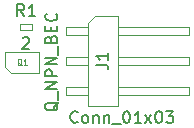
<source format=gbr>
G04 #@! TF.FileFunction,Other,Fab,Top*
%FSLAX46Y46*%
G04 Gerber Fmt 4.6, Leading zero omitted, Abs format (unit mm)*
G04 Created by KiCad (PCBNEW 4.0.7-e2-6376~58~ubuntu16.04.1) date Mon Apr 16 03:05:43 2018*
%MOMM*%
%LPD*%
G01*
G04 APERTURE LIST*
%ADD10C,0.100000*%
%ADD11C,0.150000*%
%ADD12C,0.075000*%
G04 APERTURE END LIST*
D10*
X150636100Y-103733600D02*
X152541100Y-103733600D01*
X152541100Y-103733600D02*
X152541100Y-111353600D01*
X152541100Y-111353600D02*
X150001100Y-111353600D01*
X150001100Y-111353600D02*
X150001100Y-104368600D01*
X150001100Y-104368600D02*
X150636100Y-103733600D01*
X148181100Y-104683600D02*
X150001100Y-104683600D01*
X148181100Y-104683600D02*
X148181100Y-105323600D01*
X148181100Y-105323600D02*
X150001100Y-105323600D01*
X152541100Y-104683600D02*
X158541100Y-104683600D01*
X158541100Y-104683600D02*
X158541100Y-105323600D01*
X152541100Y-105323600D02*
X158541100Y-105323600D01*
X148181100Y-107223600D02*
X150001100Y-107223600D01*
X148181100Y-107223600D02*
X148181100Y-107863600D01*
X148181100Y-107863600D02*
X150001100Y-107863600D01*
X152541100Y-107223600D02*
X158541100Y-107223600D01*
X158541100Y-107223600D02*
X158541100Y-107863600D01*
X152541100Y-107863600D02*
X158541100Y-107863600D01*
X148181100Y-109763600D02*
X150001100Y-109763600D01*
X148181100Y-109763600D02*
X148181100Y-110403600D01*
X148181100Y-110403600D02*
X150001100Y-110403600D01*
X152541100Y-109763600D02*
X158541100Y-109763600D01*
X158541100Y-109763600D02*
X158541100Y-110403600D01*
X152541100Y-110403600D02*
X158541100Y-110403600D01*
X143460000Y-108536000D02*
X143010000Y-108086000D01*
X143010000Y-106776000D02*
X143010000Y-108086000D01*
X143460000Y-108536000D02*
X145910000Y-108536000D01*
X145910000Y-106776000D02*
X145910000Y-108536000D01*
X143010000Y-106776000D02*
X145910000Y-106776000D01*
X144280000Y-104898000D02*
X144280000Y-104398000D01*
X145280000Y-104898000D02*
X144280000Y-104898000D01*
X145280000Y-104398000D02*
X145280000Y-104898000D01*
X144280000Y-104398000D02*
X145280000Y-104398000D01*
D11*
X149148005Y-112710743D02*
X149100386Y-112758362D01*
X148957529Y-112805981D01*
X148862291Y-112805981D01*
X148719433Y-112758362D01*
X148624195Y-112663124D01*
X148576576Y-112567886D01*
X148528957Y-112377410D01*
X148528957Y-112234552D01*
X148576576Y-112044076D01*
X148624195Y-111948838D01*
X148719433Y-111853600D01*
X148862291Y-111805981D01*
X148957529Y-111805981D01*
X149100386Y-111853600D01*
X149148005Y-111901219D01*
X149719433Y-112805981D02*
X149624195Y-112758362D01*
X149576576Y-112710743D01*
X149528957Y-112615505D01*
X149528957Y-112329790D01*
X149576576Y-112234552D01*
X149624195Y-112186933D01*
X149719433Y-112139314D01*
X149862291Y-112139314D01*
X149957529Y-112186933D01*
X150005148Y-112234552D01*
X150052767Y-112329790D01*
X150052767Y-112615505D01*
X150005148Y-112710743D01*
X149957529Y-112758362D01*
X149862291Y-112805981D01*
X149719433Y-112805981D01*
X150481338Y-112139314D02*
X150481338Y-112805981D01*
X150481338Y-112234552D02*
X150528957Y-112186933D01*
X150624195Y-112139314D01*
X150767053Y-112139314D01*
X150862291Y-112186933D01*
X150909910Y-112282171D01*
X150909910Y-112805981D01*
X151386100Y-112139314D02*
X151386100Y-112805981D01*
X151386100Y-112234552D02*
X151433719Y-112186933D01*
X151528957Y-112139314D01*
X151671815Y-112139314D01*
X151767053Y-112186933D01*
X151814672Y-112282171D01*
X151814672Y-112805981D01*
X152052767Y-112901219D02*
X152814672Y-112901219D01*
X153243243Y-111805981D02*
X153338482Y-111805981D01*
X153433720Y-111853600D01*
X153481339Y-111901219D01*
X153528958Y-111996457D01*
X153576577Y-112186933D01*
X153576577Y-112425029D01*
X153528958Y-112615505D01*
X153481339Y-112710743D01*
X153433720Y-112758362D01*
X153338482Y-112805981D01*
X153243243Y-112805981D01*
X153148005Y-112758362D01*
X153100386Y-112710743D01*
X153052767Y-112615505D01*
X153005148Y-112425029D01*
X153005148Y-112186933D01*
X153052767Y-111996457D01*
X153100386Y-111901219D01*
X153148005Y-111853600D01*
X153243243Y-111805981D01*
X154528958Y-112805981D02*
X153957529Y-112805981D01*
X154243243Y-112805981D02*
X154243243Y-111805981D01*
X154148005Y-111948838D01*
X154052767Y-112044076D01*
X153957529Y-112091695D01*
X154862291Y-112805981D02*
X155386101Y-112139314D01*
X154862291Y-112139314D02*
X155386101Y-112805981D01*
X155957529Y-111805981D02*
X156052768Y-111805981D01*
X156148006Y-111853600D01*
X156195625Y-111901219D01*
X156243244Y-111996457D01*
X156290863Y-112186933D01*
X156290863Y-112425029D01*
X156243244Y-112615505D01*
X156195625Y-112710743D01*
X156148006Y-112758362D01*
X156052768Y-112805981D01*
X155957529Y-112805981D01*
X155862291Y-112758362D01*
X155814672Y-112710743D01*
X155767053Y-112615505D01*
X155719434Y-112425029D01*
X155719434Y-112186933D01*
X155767053Y-111996457D01*
X155814672Y-111901219D01*
X155862291Y-111853600D01*
X155957529Y-111805981D01*
X156624196Y-111805981D02*
X157243244Y-111805981D01*
X156909910Y-112186933D01*
X157052768Y-112186933D01*
X157148006Y-112234552D01*
X157195625Y-112282171D01*
X157243244Y-112377410D01*
X157243244Y-112615505D01*
X157195625Y-112710743D01*
X157148006Y-112758362D01*
X157052768Y-112805981D01*
X156767053Y-112805981D01*
X156671815Y-112758362D01*
X156624196Y-112710743D01*
X150723481Y-107876933D02*
X151437767Y-107876933D01*
X151580624Y-107924553D01*
X151675862Y-108019791D01*
X151723481Y-108162648D01*
X151723481Y-108257886D01*
X151723481Y-106876933D02*
X151723481Y-107448362D01*
X151723481Y-107162648D02*
X150723481Y-107162648D01*
X150866338Y-107257886D01*
X150961576Y-107353124D01*
X151009195Y-107448362D01*
X147507619Y-111036952D02*
X147460000Y-111132190D01*
X147364762Y-111227428D01*
X147221905Y-111370285D01*
X147174286Y-111465524D01*
X147174286Y-111560762D01*
X147412381Y-111513143D02*
X147364762Y-111608381D01*
X147269524Y-111703619D01*
X147079048Y-111751238D01*
X146745714Y-111751238D01*
X146555238Y-111703619D01*
X146460000Y-111608381D01*
X146412381Y-111513143D01*
X146412381Y-111322666D01*
X146460000Y-111227428D01*
X146555238Y-111132190D01*
X146745714Y-111084571D01*
X147079048Y-111084571D01*
X147269524Y-111132190D01*
X147364762Y-111227428D01*
X147412381Y-111322666D01*
X147412381Y-111513143D01*
X147507619Y-110894095D02*
X147507619Y-110132190D01*
X147412381Y-109894095D02*
X146412381Y-109894095D01*
X147412381Y-109322666D01*
X146412381Y-109322666D01*
X147412381Y-108846476D02*
X146412381Y-108846476D01*
X146412381Y-108465523D01*
X146460000Y-108370285D01*
X146507619Y-108322666D01*
X146602857Y-108275047D01*
X146745714Y-108275047D01*
X146840952Y-108322666D01*
X146888571Y-108370285D01*
X146936190Y-108465523D01*
X146936190Y-108846476D01*
X147412381Y-107846476D02*
X146412381Y-107846476D01*
X147412381Y-107275047D01*
X146412381Y-107275047D01*
X147507619Y-107036952D02*
X147507619Y-106275047D01*
X146888571Y-105703618D02*
X146936190Y-105560761D01*
X146983810Y-105513142D01*
X147079048Y-105465523D01*
X147221905Y-105465523D01*
X147317143Y-105513142D01*
X147364762Y-105560761D01*
X147412381Y-105655999D01*
X147412381Y-106036952D01*
X146412381Y-106036952D01*
X146412381Y-105703618D01*
X146460000Y-105608380D01*
X146507619Y-105560761D01*
X146602857Y-105513142D01*
X146698095Y-105513142D01*
X146793333Y-105560761D01*
X146840952Y-105608380D01*
X146888571Y-105703618D01*
X146888571Y-106036952D01*
X146888571Y-105036952D02*
X146888571Y-104703618D01*
X147412381Y-104560761D02*
X147412381Y-105036952D01*
X146412381Y-105036952D01*
X146412381Y-104560761D01*
X147317143Y-103560761D02*
X147364762Y-103608380D01*
X147412381Y-103751237D01*
X147412381Y-103846475D01*
X147364762Y-103989333D01*
X147269524Y-104084571D01*
X147174286Y-104132190D01*
X146983810Y-104179809D01*
X146840952Y-104179809D01*
X146650476Y-104132190D01*
X146555238Y-104084571D01*
X146460000Y-103989333D01*
X146412381Y-103846475D01*
X146412381Y-103751237D01*
X146460000Y-103608380D01*
X146507619Y-103560761D01*
D12*
X144412381Y-107929810D02*
X144364762Y-107906000D01*
X144317143Y-107858381D01*
X144245714Y-107786952D01*
X144198095Y-107763143D01*
X144150476Y-107763143D01*
X144174286Y-107882190D02*
X144126667Y-107858381D01*
X144079048Y-107810762D01*
X144055238Y-107715524D01*
X144055238Y-107548857D01*
X144079048Y-107453619D01*
X144126667Y-107406000D01*
X144174286Y-107382190D01*
X144269524Y-107382190D01*
X144317143Y-107406000D01*
X144364762Y-107453619D01*
X144388571Y-107548857D01*
X144388571Y-107715524D01*
X144364762Y-107810762D01*
X144317143Y-107858381D01*
X144269524Y-107882190D01*
X144174286Y-107882190D01*
X144864762Y-107882190D02*
X144579048Y-107882190D01*
X144721905Y-107882190D02*
X144721905Y-107382190D01*
X144674286Y-107453619D01*
X144626667Y-107501238D01*
X144579048Y-107525048D01*
D11*
X144494286Y-105645619D02*
X144541905Y-105598000D01*
X144637143Y-105550381D01*
X144875239Y-105550381D01*
X144970477Y-105598000D01*
X145018096Y-105645619D01*
X145065715Y-105740857D01*
X145065715Y-105836095D01*
X145018096Y-105978952D01*
X144446667Y-106550381D01*
X145065715Y-106550381D01*
X144613334Y-103750381D02*
X144280000Y-103274190D01*
X144041905Y-103750381D02*
X144041905Y-102750381D01*
X144422858Y-102750381D01*
X144518096Y-102798000D01*
X144565715Y-102845619D01*
X144613334Y-102940857D01*
X144613334Y-103083714D01*
X144565715Y-103178952D01*
X144518096Y-103226571D01*
X144422858Y-103274190D01*
X144041905Y-103274190D01*
X145565715Y-103750381D02*
X144994286Y-103750381D01*
X145280000Y-103750381D02*
X145280000Y-102750381D01*
X145184762Y-102893238D01*
X145089524Y-102988476D01*
X144994286Y-103036095D01*
M02*

</source>
